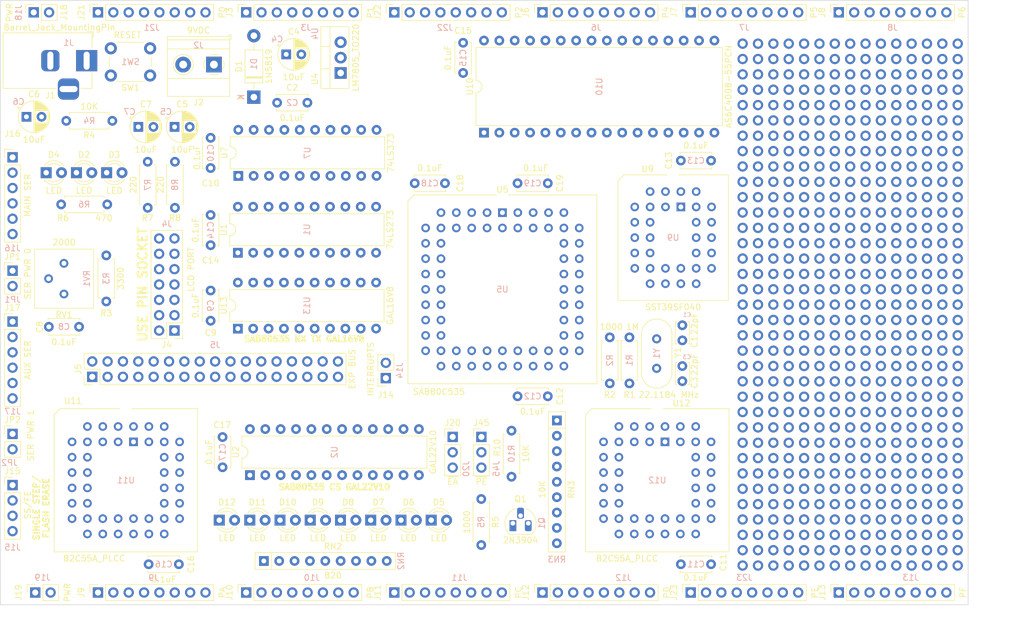
<source format=kicad_pcb>
(kicad_pcb (version 20211014) (generator pcbnew)
  (layers (0 "F.Cu" signal) (31 "B.Cu" signal) (34 "B.Paste" user) (35 "F.Paste" user) (36 "B.SilkS" user "B.Silkscreen") (37 "F.SilkS" user "F.Silkscreen") (38 "B.Mask" user) (39 "F.Mask" user) (44 "Edge.Cuts" user))
  (net 0 "")
  (net 1 "GND")
  (net 2 "/9VDC")
  (net 3 "Net-(C3-Pad1)")
  (net 4 "/VI")
  (net 5 "VCC")
  (net 6 "RESET")
  (net 7 "LCD-ADJ")
  (net 8 "TX-LED")
  (net 9 "Net-(D2-Pad2)")
  (net 10 "RX-LED")
  (net 11 "Net-(D3-Pad2)")
  (net 12 "PE.0")
  (net 13 "PE.1")
  (net 14 "Net-(D6-Pad2)")
  (net 15 "PE.2")
  (net 16 "Net-(D7-Pad2)")
  (net 17 "PE.3")
  (net 18 "Net-(D8-Pad2)")
  (net 19 "PE.4")
  (net 20 "Net-(D9-Pad2)")
  (net 21 "PE.5")
  (net 22 "Net-(D10-Pad2)")
  (net 23 "PE.6")
  (net 24 "Net-(D11-Pad2)")
  (net 25 "PE.7")
  (net 26 "Net-(D12-Pad2)")
  (net 27 "P1.0")
  (net 28 "P1.1")
  (net 29 "P1.2")
  (net 30 "P1.3")
  (net 31 "P1.4")
  (net 32 "P1.5")
  (net 33 "P1.6")
  (net 34 "P1.7")
  (net 35 "D7")
  (net 36 "D6")
  (net 37 "D5")
  (net 38 "D4")
  (net 39 "D3")
  (net 40 "D2")
  (net 41 "D1")
  (net 42 "D0")
  (net 43 "CS-LCD-WR")
  (net 44 "A0")
  (net 45 "A1")
  (net 46 "A5")
  (net 47 "A2")
  (net 48 "A3")
  (net 49 "A6")
  (net 50 "A7")
  (net 51 "A4")
  (net 52 "A8")
  (net 53 "A12")
  (net 54 "A10")
  (net 55 "A13")
  (net 56 "A9")
  (net 57 "~{CS-P2}")
  (net 58 "~{CS-P3}")
  (net 59 "~{CS-P1}")
  (net 60 "~{CS-P0}")
  (net 61 "~{WR}")
  (net 62 "A11")
  (net 63 "A14")
  (net 64 "A15")
  (net 65 "~{OE}")
  (net 66 "P4.0")
  (net 67 "P4.1")
  (net 68 "P4.2")
  (net 69 "P4.3")
  (net 70 "P4.4")
  (net 71 "P4.5")
  (net 72 "P4.6")
  (net 73 "P4.7")
  (net 74 "P5.0")
  (net 75 "P5.1")
  (net 76 "P5.2")
  (net 77 "P5.3")
  (net 78 "P5.4")
  (net 79 "P5.5")
  (net 80 "P5.6")
  (net 81 "P5.7")
  (net 82 "P6.0")
  (net 83 "P6.1")
  (net 84 "P6.2")
  (net 85 "P6.3")
  (net 86 "P6.4")
  (net 87 "P6.5")
  (net 88 "P6.6")
  (net 89 "P6.7")
  (net 90 "PA.0")
  (net 91 "PA.1")
  (net 92 "PA.2")
  (net 93 "PA.3")
  (net 94 "PA.4")
  (net 95 "PA.5")
  (net 96 "PA.6")
  (net 97 "PA.7")
  (net 98 "PB.0")
  (net 99 "PB.1")
  (net 100 "PB.2")
  (net 101 "PB.3")
  (net 102 "PB.4")
  (net 103 "PB.5")
  (net 104 "PB.6")
  (net 105 "PB.7")
  (net 106 "PC.0")
  (net 107 "PC.1")
  (net 108 "PC.2")
  (net 109 "PC.3")
  (net 110 "PC.4")
  (net 111 "PC.5")
  (net 112 "PC.6")
  (net 113 "PC.7")
  (net 114 "PD.0")
  (net 115 "PD.1")
  (net 116 "PD.2")
  (net 117 "PD.3")
  (net 118 "PD.4")
  (net 119 "PD.5")
  (net 120 "PD.6")
  (net 121 "PD.7")
  (net 122 "PF.0")
  (net 123 "PF.1")
  (net 124 "PF.2")
  (net 125 "PF.3")
  (net 126 "PF.4")
  (net 127 "PF.5")
  (net 128 "PF.6")
  (net 129 "PF.7")
  (net 130 "~{INT0}")
  (net 131 "~{INT1}")
  (net 132 "T1")
  (net 134 "Net-(J16-Pad3)")
  (net 135 "RxD-0")
  (net 136 "TxD-0")
  (net 139 "Net-(J17-Pad3)")
  (net 140 "RxD-1")
  (net 141 "TxD-1")
  (net 143 "Net-(R3-Pad2)")
  (net 144 "~{PE}")
  (net 145 "B15")
  (net 146 "B16")
  (net 147 "RxD")
  (net 148 "TxD")
  (net 150 "~{RD}")
  (net 151 "~{PSEN}")
  (net 154 "B17")
  (net 155 "T0")
  (net 156 "~{CS-LCD}")
  (net 157 "B18")
  (net 158 "~{CS-ROM}")
  (net 159 "ALE")
  (net 160 "Net-(D4-Pad2)")
  (net 161 "~{CS-PPI1}")
  (net 162 "~{CS-PPI0}")
  (net 171 "/XTAL1")
  (net 172 "/XTAL2")
  (net 173 "~{EA}")
  (net 174 "Net-(Q1-Pad2)")
  (net 175 "~{RESET}")
  (net 176 "~{CS-LATCH}")
  (net 177 "C15")
  (net 178 "C16")
  (net 179 "C17")
  (net 180 "C18")
  (net 186 "Net-(D5-Pad2)")
  (footprint "Capacitor_THT:C_Disc_D3.4mm_W2.1mm_P2.50mm" (layer "F.Cu") (at 162.75 110.5 -90)
    (fp_text reference "C3")
    (fp_text value "22pF")
  )
  (footprint "Connector_PinHeader_2.54mm:PinHeader_1x06_P2.54mm_Vertical" (layer "F.Cu") (at 52 75.96)
    (fp_text reference "J16")
    (fp_text value "MAIN SER")
  )
  (footprint "Package_LCC:PLCC-44_THT-Socket" (layer "F.Cu") (at 72 123.045)
    (fp_text reference "U11")
    (fp_text value "82C55A_PLCC")
  )
  (footprint "Capacitor_THT:C_Disc_D5.0mm_W2.5mm_P5.00mm" (layer "F.Cu") (at 86.725 122.25 -90)
    (fp_text reference "C17")
    (fp_text value "0.1uF")
  )
  (footprint "LED_THT:LED_D3.0mm" (layer "F.Cu") (at 62.56 78.5)
    (fp_text reference "D2")
    (fp_text value "LED")
  )
  (footprint "Connector_PinSocket_2.54mm:PinSocket_1x08_P2.54mm_Vertical" (layer "F.Cu") (at 164.125 147.975 90)
    (fp_text reference "J23")
    (fp_text value "PE")
  )
  (footprint "Resistor_THT:R_Array_SIP9" (layer "F.Cu") (at 93.55 142.75)
    (fp_text reference "RN2")
    (fp_text value "820")
  )
  (footprint "PTHelement:PTHelement" (layer "F.Cu") (at 185.42 107.95)
    (fp_text reference "J32")
    (fp_text value "PTH")
  )
  (footprint "Resistor_THT:R_Axial_DIN0207_L6.3mm_D2.5mm_P7.62mm_Horizontal" (layer "F.Cu") (at 67.5 99.81 90)
    (fp_text reference "R3")
    (fp_text value "3300")
  )
  (footprint "LED_THT:LED_D3.0mm" (layer "F.Cu") (at 67.56 78.5)
    (fp_text reference "D3")
    (fp_text value "LED")
  )
  (footprint "PTHelement:PTHelement" (layer "F.Cu") (at 172.72 133.35)
    (fp_text reference "J31")
    (fp_text value "PTH")
  )
  (footprint "Resistor_THT:R_Axial_DIN0207_L6.3mm_D2.5mm_P7.62mm_Horizontal" (layer "F.Cu") (at 74.35 76.69 -90)
    (fp_text reference "R7")
    (fp_text value "220")
  )
  (footprint "LED_THT:LED_D3.0mm" (layer "F.Cu") (at 91.225 136)
    (fp_text reference "D11")
    (fp_text value "LED")
  )
  (footprint "PTHelement:PTHelement" (layer "F.Cu") (at 198.12 120.65)
    (fp_text reference "J39")
    (fp_text value "PTH")
  )
  (footprint "PTHelement:PTHelement" (layer "F.Cu") (at 198.12 107.95)
    (fp_text reference "J38")
    (fp_text value "PTH")
  )
  (footprint "Capacitor_THT:C_Disc_D5.0mm_W2.5mm_P5.00mm" (layer "F.Cu") (at 135.5 115.5)
    (fp_text reference "C12")
    (fp_text value "0.1uF")
  )
  (footprint "Resistor_THT:R_Axial_DIN0207_L6.3mm_D2.5mm_P7.62mm_Horizontal" (layer "F.Cu") (at 60.04 83.75)
    (fp_text reference "R6")
    (fp_text value "470")
  )
  (footprint "LED_THT:LED_D3.0mm" (layer "F.Cu") (at 96.225 136)
    (fp_text reference "D10")
    (fp_text value "LED")
  )
  (footprint "Package_DIP:DIP-20_W7.62mm" (layer "F.Cu") (at 89.325 79.03 90)
    (fp_text reference "U7")
    (fp_text value "74LS373")
  )
  (footprint "Connector_PinSocket_2.54mm:PinSocket_1x08_P2.54mm_Vertical" (layer "F.Cu") (at 139.625 147.975 90)
    (fp_text reference "J12")
    (fp_text value "PD")
  )
  (footprint "Resistor_THT:R_Axial_DIN0207_L6.3mm_D2.5mm_P7.62mm_Horizontal" (layer "F.Cu") (at 78.85 76.69 -90)
    (fp_text reference "R8")
    (fp_text value "220")
  )
  (footprint "Package_TO_SOT_THT:TO-220-3_Vertical" (layer "F.Cu") (at 106.25 62 90)
    (fp_text reference "U4")
    (fp_text value "LM7805_TO220")
  )
  (footprint "Capacitor_THT:C_Disc_D5.0mm_W2.5mm_P5.00mm" (layer "F.Cu") (at 162.5 76.5)
    (fp_text reference "C13")
    (fp_text value "0.1uF")
  )
  (footprint "Package_DIP:DIP-20_W7.62mm" (layer "F.Cu") (at 89.25 91.75 90)
    (fp_text reference "U1")
    (fp_text value "74LS273")
  )
  (footprint "PTHelement:PTHelement" (layer "F.Cu") (at 185.42 95.25)
    (fp_text reference "J27")
    (fp_text value "PTH")
  )
  (footprint "LED_THT:LED_D3.0mm" (layer "F.Cu") (at 101.225 136)
    (fp_text reference "D9")
    (fp_text value "LED")
  )
  (footprint "PTHelement:PTHelement" (layer "F.Cu") (at 172.72 82.55)
    (fp_text reference "J37")
    (fp_text value "PTH")
  )
  (footprint "LED_THT:LED_D3.0mm" (layer "F.Cu") (at 111.22 136)
    (fp_text reference "D7")
    (fp_text value "LED")
  )
  (footprint "Resistor_THT:R_Axial_DIN0207_L6.3mm_D2.5mm_P7.62mm_Horizontal" (layer "F.Cu") (at 134.5 128.81 90)
    (fp_text reference "R10")
    (fp_text value "10K")
  )
  (footprint "PTHelement:PTHelement" (layer "F.Cu") (at 172.72 69.85)
    (fp_text reference "J33")
    (fp_text value "PTH")
  )
  (footprint "PTHelement:PTHelement" (layer "F.Cu") (at 172.72 57.15)
    (fp_text reference "J26")
    (fp_text value "PTH")
  )
  (footprint "Connector_PinSocket_2.54mm:PinSocket_1x08_P2.54mm_Vertical" (layer "F.Cu") (at 115.125 51.975 90)
    (fp_text reference "J22")
    (fp_text value "P2")
  )
  (footprint "Resistor_THT:R_Axial_DIN0207_L6.3mm_D2.5mm_P7.62mm_Horizontal" (layer "F.Cu") (at 150.75 105.75 -90)
    (fp_text reference "R2")
    (fp_text value "1000")
  )
  (footprint "Connector_PinHeader_2.54mm:PinHeader_1x06_P2.54mm_Vertical" (layer "F.Cu") (at 52 103.15)
    (fp_text reference "J17")
    (fp_text value "AUX SER")
  )
  (footprint "Connector_PinSocket_2.54mm:PinSocket_1x02_P2.54mm_Vertical" (layer "F.Cu") (at 55.5 51.975 90)
    (fp_text reference "J18")
    (fp_text value "PWR")
  )
  (footprint "Resistor_THT:R_Axial_DIN0207_L6.3mm_D2.5mm_P7.62mm_Horizontal" (layer "F.Cu") (at 129.5 132.5 -90)
    (fp_text reference "R5")
    (fp_text value "1000")
  )
  (footprint "Connector_PinSocket_2.54mm:PinSocket_1x08_P2.54mm_Vertical" (layer "F.Cu") (at 115.125 147.975 90)
    (fp_text reference "J11")
    (fp_text value "PC")
  )
  (footprint "Resistor_THT:R_Array_SIP9" (layer "F.Cu") (at 142 119.5 -90)
    (fp_text reference "RN3")
    (fp_text value "10K")
  )
  (footprint "Connector_PinSocket_2.54mm:PinSocket_1x08_P2.54mm_Vertical" (layer "F.Cu") (at 66.125 51.975 90)
    (fp_text reference "J21")
    (fp_text value "P0")
  )
  (footprint "PTHelement:PTHelement" (layer "F.Cu") (at 185.42 57.15)
    (fp_text reference "J28")
    (fp_text value "PTH")
  )
  (footprint "Connector_PinHeader_2.54mm:PinHeader_2x07_P2.54mm_Vertical" (layer "F.Cu") (at 78.775 104.625 180)
    (fp_text reference "J4")
    (fp_text value "LCD PORT")
  )
  (footprint "Capacitor_THT:C_Disc_D5.0mm_W2.5mm_P5.00mm" (layer "F.Cu") (at 95.75 66.92)
    (fp_text reference "C2")
    (fp_text value "0.1uF")
  )
  (footprint "Connector_BarrelJack:BarrelJack_Horizontal" (layer "F.Cu") (at 64.25 59.9625)
    (fp_text reference "J1")
    (fp_text value "Barrel_Jack_MountingPin")
  )
  (footprint "Capacitor_THT:C_Disc_D5.0mm_W2.5mm_P5.00mm" (layer "F.Cu") (at 79.5 143.295 180)
    (fp_text reference "C16")
    (fp_text value "0.1uF")
  )
  (footprint "Button_Switch_THT:SW_PUSH_6mm" (layer "F.Cu") (at 74.75 62.42 180)
    (fp_text reference "SW1")
    (fp_text value "RESET")
  )
  (footprint "PTHelement:PTHelement" (layer "F.Cu") (at 198.12 133.35)
    (fp_text reference "J41")
    (fp_text value "PTH")
  )
  (footprint "PTHelement:PTHelement" (layer "F.Cu") (at 198.12 69.85)
    (fp_text reference "J25")
    (fp_text value "PTH")
  )
  (footprint "Capacitor_THT:C_Disc_D5.0mm_W2.5mm_P5.00mm" (layer "F.Cu") (at 167.5 143.295 180)
    (fp_text reference "C11")
    (fp_text value "0.1uF")
  )
  (footprint "Connector_PinSocket_2.54mm:PinSocket_1x08_P2.54mm_Vertical" (layer "F.Cu") (at 66.125 147.975 90)
    (fp_text reference "J9")
    (fp_text value "PA")
  )
  (footprint "Package_LCC:PLCC-68_THT-Socket" (layer "F.Cu") (at 133 85.11)
    (fp_text reference "U5")
    (fp_text value "SAB80C535")
  )
  (footprint "Package_DIP:DIP-20_W7.62mm" (layer "F.Cu") (at 89.25 104.3 90)
    (fp_text reference "U13")
    (fp_text value "GAL16V8")
  )
  (footprint "Potentiometer_THT:Potentiometer_Bourns_3386P_Vertical" (layer "F.Cu") (at 60.5 93.5 180)
    (fp_text reference "RV1")
    (fp_text value "2000")
  )
  (footprint "Connector_PinSocket_2.54mm:PinSocket_1x02_P2.54mm_Vertical" (layer "F.Cu") (at 55.75 147.975 90)
    (fp_text reference "J19")
    (fp_text value "PWR")
  )
  (footprint "PTHelement:PTHelement" (layer "F.Cu") (at 172.72 107.95)
    (fp_text reference "J34")
    (fp_text value "PTH")
  )
  (footprint "LED_THT:LED_D3.0mm" (layer "F.Cu") (at 86.18 136)
    (fp_text reference "D12")
    (fp_text value "LED")
  )
  (footprint "Capacitor_THT:CP_Radial_D5.0mm_P2.50mm" (layer "F.Cu") (at 72.794888 70.92)
    (fp_text reference "C7")
    (fp_text value "10uF")
  )
  (footprint "Capacitor_THT:C_Disc_D5.0mm_W2.5mm_P5.00mm" (layer "F.Cu") (at 58 104)
    (fp_text reference "C8")
    (fp_text value "0.1uF")
  )
  (footprint "Package_LCC:PLCC-32_THT-Socket" (layer "F.Cu") (at 162.5 84.17)
    (fp_text reference "U9")
    (fp_text value "SST39SF040")
  )
  (footprint "Capacitor_THT:C_Disc_D5.0mm_W2.5mm_P5.00mm" (layer "F.Cu") (at 84.75 98 -90)
    (fp_text reference "C9")
    (fp_text value "0.1uF")
  )
  (footprint "PTHelement:PTHelement" (layer "F.Cu") (at 172.72 120.65)
    (fp_text reference "J42")
    (fp_text value "PTH")
  )
  (footprint "Connector_PinHeader_2.54mm:PinHeader_1x03_P2.54mm_Vertical" (layer "F.Cu") (at 124.775 122.225)
    (fp_text reference "J20")
    (fp_text value "~{EA}")
  )
  (footprint "PTHelement:PTHelement" (layer "F.Cu") (at 185.42 69.85)
    (fp_text reference "J36")
    (fp_text value "PTH")
  )
  (footprint "PTHelement:PTHelement" (layer "F.Cu") (at 185.42 82.55)
    (fp_text reference "J35")
    (fp_text value "PTH")
  )
  (footprint "LED_THT:LED_D3.0mm" (layer "F.Cu") (at 116.225 136)
    (fp_text reference "D6")
    (fp_text value "LED")
  )
  (footprint "Package_LCC:PLCC-44_THT-Socket" (layer "F.Cu") (at 159.88 123.045)
    (fp_text reference "U12")
    (fp_text value "82C55A_PLCC")
  )
  (footprint "Connector_PinSocket_2.54mm:PinSocket_1x08_P2.54mm_Vertical" (layer "F.Cu") (at 164.125 51.975 90)
    (fp_text reference "J7")
    (fp_text value "P5")
  )
  (footprint "Capacitor_THT:C_Disc_D5.0mm_W2.5mm_P5.00mm" (layer "F.Cu") (at 135.5 80.25)
    (fp_text reference "C19")
    (fp_text value "0.1uF")
  )
  (footprint "LED_THT:LED_D3.0mm" (layer "F.Cu") (at 121.225 136)
    (fp_text reference "D5")
    (fp_text value "LED")
  )
  (footprint "Capacitor_THT:CP_Radial_D5.0mm_P2.50mm" (layer "F.Cu") (at 97.25 58.92)
    (fp_text reference "C4")
    (fp_text value "10uF")
  )
  (footprint "Crystal:Crystal_HC49-4H_Vertical" (layer "F.Cu") (at 158.5 106 -90)
    (fp_text reference "Y1")
    (fp_text value "22.1184 MHz")
  )
  (footprint "Package_DIP:DIP-32_W15.24mm" (layer "F.Cu") (at 129.95 71.875 90)
    (fp_text reference "U10")
    (fp_text value "AS6C4008-55PCN")
  )
  (footprint "Connector_PinSocket_2.54mm:PinSocket_1x08_P2.54mm_Vertical" (layer "F.Cu") (at 139.625 51.975 90)
    (fp_text reference "J6")
    (fp_text value "P4")
  )
  (footprint "Connector_PinSocket_2.54mm:PinSocket_1x08_P2.54mm_Vertical" (layer "F.Cu") (at 90.625 51.975 90)
    (fp_text reference "J3")
    (fp_text value "P1")
  )
  (footprint "Connector_PinHeader_2.54mm:PinHeader_1x02_P2.54mm_Vertical" (layer "F.Cu") (at 52 121.725)
    (fp_text reference "JP2")
    (fp_text value "SER PWR 1")
  )
  (footprint "Capacitor_THT:C_Disc_D3.4mm_W2.1mm_P2.50mm" (layer "F.Cu") (at 162.75 106.25 90)
    (fp_text reference "C1")
    (fp_text value "22pF")
  )
  (footprint "Package_TO_SOT_THT:TO-92_HandSolder" (layer "F.Cu") (at 134.73 136.52)
    (fp_text reference "Q1")
    (fp_text value "2N3904")
  )
  (footprint "Connector_PinSocket_2.54mm:PinSocket_1x08_P2.54mm_Vertical" (layer "F.Cu") (at 90.625 147.975 90)
    (fp_text reference "J10")
    (fp_text value "PB")
  )
  (footprint "PTHelement:PTHelement" (layer "F.Cu") (at 198.12 82.55)
    (fp_text reference "J43")
    (fp_text value "PTH")
  )
  (footprint "Diode_THT:D_DO-41_SOD81_P10.16mm_Horizontal" (layer "F.Cu") (at 91.9 66 90)
    (fp_text reference "D1")
    (fp_text value "1N5819")
  )
  (footprint "Capacitor_THT:C_Disc_D5.0mm_W2.5mm_P5.00mm" (layer "F.Cu") (at 123.5 80.25 180)
    (fp_text reference "C18")
    (fp_text value "0.1uF")
  )
  (footprint "Connector_PinSocket_2.54mm:PinSocket_1x08_P2.54mm_Vertical" (layer "F.Cu") (at 188.625 147.975 90)
    (fp_text reference "J13")
    (fp_text value "PF")
  )
  (footprint "PTHelement:PTHelement" (layer "F.Cu") (at 198.12 95.25)
    (fp_text reference "J30")
    (fp_text value "PTH")
  )
  (footprint "Connector_PinHeader_2.54mm:PinHeader_1x04_P2.54mm_Vertical" (layer "F.Cu") (at 52 130.2)
    (fp_text reference "J15")
    (fp_text value "SS/FE")
  )
  (footprint "Capacitor_THT:C_Disc_D5.0mm_W2.5mm_P5.00mm" (layer "F.Cu") (at 84.75 72.73 -90)
    (fp_text reference "C10")
    (fp_text value "0.1uF")
  )
  (footprint "LED_THT:LED_D3.0mm" (layer "F.Cu") (at 106.22 136)
    (fp_text reference "D8")
    (fp_text value "LED")
  )
  (footprint "Capacitor_THT:C_Disc_D5.0mm_W2.5mm_P5.00mm" (layer "F.Cu") (at 126.5 57 -90)
    (fp_text reference "C15")
    (fp_text value "0.1uF")
  )
  (footprint "Capacitor_THT:CP_Radial_D5.0mm_P2.50mm" (layer "F.Cu") (at 54.294888 69.25)
    (fp_text reference "C6")
    (fp_text value "10uF")
  )
  (footprint "Capacitor_THT:C_Disc_D5.0mm_W2.5mm_P5.00mm" (layer "F.Cu") (at 84.75 85.5 -90)
    (fp_text reference "C14")
    (fp_text value "0.1uF")
  )
  (footprint "Connector_PinSocket_2.54mm:PinSocket_1x02_P2.54mm_Vertical" (layer "F.Cu") (at 113.725 112.5 180)
    (fp_text reference "J14")
    (fp_text value "INTERRUPTS")
  )
  (footprint "Package_DIP:DIP-24_W7.62mm" (layer "F.Cu") (at 91.25 128.55 90)
    (fp_text reference "U2")
    (fp_text value "GAL22V10")
  )
  (footprint "PTHelement:PTHelement" (layer "F.Cu") (at 185.42 133.35)
    (fp_text reference "J44")
    (fp_text value "PTH")
  )
  (footprint "Resistor_THT:R_Axial_DIN0207_L6.3mm_D2.5mm_P7.62mm_Horizontal" (layer "F.Cu") (at 154 105.75 -90)
    (fp_text reference "R1")
    (fp_text value "1M")
  )
  (footprint "Connector_PinHeader_2.54mm:PinHeader_1x02_P2.54mm_Vertical" (layer "F.Cu") (at 52 94.725)
    (fp_text reference "JP1")
    (fp_text value "SER PWR 0")
  )
  (footprint "Capacitor_THT:CP_Radial_D5.0mm_P2.50mm" (layer "F.Cu") (at 78.794888 70.92)
    (fp_text reference "C5")
    (fp_text value "10uF")
  )
  (footprint "PTHelement:PTHelement" (layer "F.Cu") (at 198.12 57.15)
    (fp_text reference "J40")
    (fp_text value "PTH")
  )
  (footprint "Connector_PinHeader_2.54mm:PinHeader_1x03_P2.54mm_Vertical" (layer "F.Cu") (at 129.525 122.225)
    (fp_text reference "J45")
    (fp_text value "~{PE}")
  )
  (footprint "LED_THT:LED_D3.0mm" (layer "F.Cu") (at 57.56 78.5)
    (fp_text reference "D4")
    (fp_text value "LED")
  )
  (footprint "TerminalBlock_Phoenix:TerminalBlock_Phoenix_MKDS-1,5-2-5.08_1x02_P5.08mm_Horizontal" (layer "F.Cu") (at 85.295 60.615 180)
    (fp_text reference "J2")
    (fp_text value "9VDC")
  )
  (footprint "PTHelement:PTHelement" (layer "F.Cu") (at 172.72 95.25)
    (fp_text reference "J29")
    (fp_text value "PTH")
  )
  (footprint "Connector_PinSocket_2.54mm:PinSocket_1x08_P2.54mm_Vertical" (layer "F.Cu") (at 188.625 51.975 90)
    (fp_text reference "J8")
    (fp_text value "P6")
  )
  (footprint "PTHelement:PTHelement" (layer "F.Cu") (at 185.42 120.65)
    (fp_text reference "J24")
    (fp_text value "PTH")
  )
  (footprint "Resistor_THT:R_Axial_DIN0207_L6.3mm_D2.5mm_P7.62mm_Horizontal" (layer "F.Cu") (at 68.5 69.92 180)
    (fp_text reference "R4")
    (fp_text value "10K")
  )
  (footprint "Connector_PinHeader_2.54mm:PinHeader_2x17_P2.54mm_Vertical" (layer "F.Cu") (at 65.175 112.275 90)
    (fp_text reference "J5")
    (fp_text value "EXP BUS")
  )
  (gr_line (start 210 50) (end 50 50) (layer "Edge.Cuts") (width 0.1))
  (gr_line (start 50 150) (end 210 150) (layer "Edge.Cuts") (width 0.1))
  (gr_line (start 50 50) (end 50 150) (layer "Edge.Cuts") (width 0.1))
  (gr_line (start 210 50) (end 210 150) (layer "Edge.Cuts") (width 0.1))
  (gr_text "USE PIN SOCKET" (at 73.5 97 90) (layer "F.SilkS") (effects (font (size 1.5 1.5) (thickness 0.3))))
  (gr_text "SAB80535 CS GAL22V10" (at 105.225 130.5) (layer "F.SilkS") (effects (font (size 1 1) (thickness 0.25))))
  (gr_text "SINGLE STEP/\nFLASH ERASE" (at 56.75 134 90) (layer "F.SilkS") (effects (font (size 1 1) (thickness 0.25))))
  (gr_text "SAB80535 RX TX GAL16V8" (at 100.25 106) (layer "F.SilkS") (effects (font (size 1 1) (thickness 0.25))))
)
</source>
